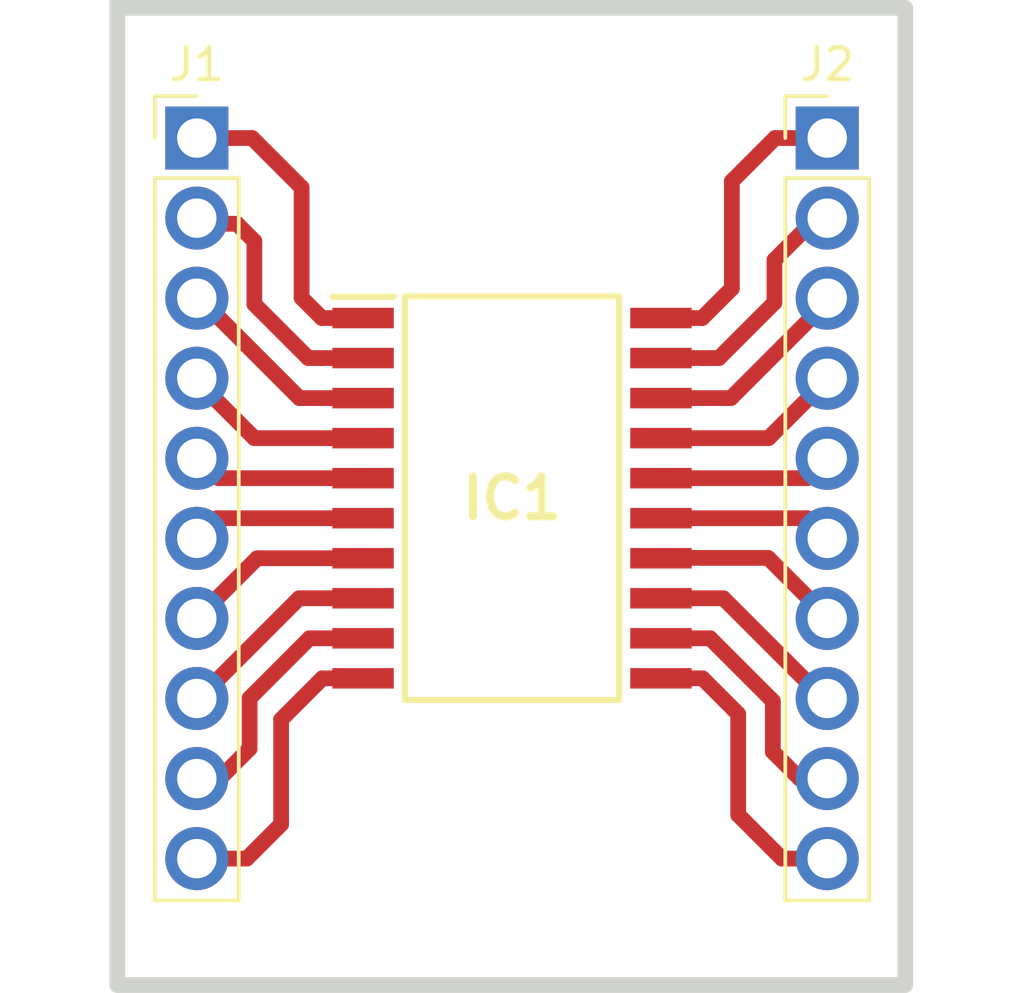
<source format=kicad_pcb>
(kicad_pcb (version 20221018) (generator pcbnew)
  (layers (0 "F.Cu" signal) (31 "B.Cu" signal) (34 "B.Paste" user) (35 "F.Paste" user) (36 "B.SilkS" user "B.Silkscreen") (37 "F.SilkS" user "F.Silkscreen") (38 "B.Mask" user) (39 "F.Mask" user) (44 "Edge.Cuts" user))
  (net 0 "")
  (net 1 "Net-(IC1-DIR)")
  (net 2 "Net-(IC1-A1)")
  (net 3 "Net-(IC1-A2)")
  (net 4 "Net-(IC1-A3)")
  (net 5 "Net-(IC1-A4)")
  (net 6 "Net-(IC1-A5)")
  (net 7 "Net-(IC1-A6)")
  (net 8 "Net-(IC1-A7)")
  (net 9 "Net-(IC1-A8)")
  (net 10 "Net-(IC1-GND)")
  (net 11 "Net-(IC1-B8)")
  (net 12 "Net-(IC1-B7)")
  (net 13 "Net-(IC1-B6)")
  (net 14 "Net-(IC1-B5)")
  (net 15 "Net-(IC1-B4)")
  (net 16 "Net-(IC1-B3)")
  (net 17 "Net-(IC1-B2)")
  (net 18 "Net-(IC1-B1)")
  (net 19 "Net-(IC1-~{OE})")
  (net 20 "Net-(IC1-VCC)")
  (footprint "Connector_PinHeader_2.54mm:PinHeader_1x10_P2.54mm_Vertical" (layer "F.Cu") (at 132.525 48.13)
    (fp_text reference "J1" (at 0 -2.33) (layer "F.SilkS"))
    (fp_text value "Conn_01x10_Pin")
    (fp_line (start -1.33 -1.33) (end 0 -1.33) (stroke (width 0.12)) (layer "F.SilkS"))
    (fp_line (start -1.33 0) (end -1.33 -1.33) (stroke (width 0.12)) (layer "F.SilkS"))
    (fp_line (start -1.33 1.27) (end -1.33 24.19) (stroke (width 0.12)) (layer "F.SilkS"))
    (fp_line (start -1.33 1.27) (end 1.33 1.27) (stroke (width 0.12)) (layer "F.SilkS"))
    (fp_line (start -1.33 24.19) (end 1.33 24.19) (stroke (width 0.12)) (layer "F.SilkS"))
    (fp_line (start 1.33 1.27) (end 1.33 24.19) (stroke (width 0.12)) (layer "F.SilkS"))
    (pad "1" thru_hole rect (at 0 0) (size 2 2) (drill 1.25) (layers "*.Cu" "*.Mask") (net 1 "Net-(IC1-DIR)"))
    (pad "2" thru_hole oval (at 0 2.54) (size 2 2) (drill 1.25) (layers "*.Cu" "*.Mask") (net 2 "Net-(IC1-A1)"))
    (pad "3" thru_hole oval (at 0 5.08) (size 2 2) (drill 1.25) (layers "*.Cu" "*.Mask") (net 3 "Net-(IC1-A2)"))
    (pad "4" thru_hole oval (at 0 7.62) (size 2 2) (drill 1.25) (layers "*.Cu" "*.Mask") (net 4 "Net-(IC1-A3)"))
    (pad "5" thru_hole oval (at 0 10.16) (size 2 2) (drill 1.25) (layers "*.Cu" "*.Mask") (net 5 "Net-(IC1-A4)"))
    (pad "6" thru_hole oval (at 0 12.7) (size 2 2) (drill 1.25) (layers "*.Cu" "*.Mask") (net 6 "Net-(IC1-A5)"))
    (pad "7" thru_hole oval (at 0 15.24) (size 2 2) (drill 1.25) (layers "*.Cu" "*.Mask") (net 7 "Net-(IC1-A6)"))
    (pad "8" thru_hole oval (at 0 17.78) (size 2 2) (drill 1.25) (layers "*.Cu" "*.Mask") (net 8 "Net-(IC1-A7)"))
    (pad "9" thru_hole oval (at 0 20.32) (size 2 2) (drill 1.25) (layers "*.Cu" "*.Mask") (net 9 "Net-(IC1-A8)"))
    (pad "10" thru_hole oval (at 0 22.86) (size 2 2) (drill 1.25) (layers "*.Cu" "*.Mask") (net 10 "Net-(IC1-GND)"))
  )
  (footprint "Connector_PinHeader_2.54mm:PinHeader_1x10_P2.54mm_Vertical" (layer "F.Cu") (at 152.525 48.13)
    (fp_text reference "J2" (at 0 -2.33) (layer "F.SilkS"))
    (fp_text value "Conn_01x10_Pin")
    (fp_line (start -1.33 -1.33) (end 0 -1.33) (stroke (width 0.12)) (layer "F.SilkS"))
    (fp_line (start -1.33 0) (end -1.33 -1.33) (stroke (width 0.12)) (layer "F.SilkS"))
    (fp_line (start -1.33 1.27) (end -1.33 24.19) (stroke (width 0.12)) (layer "F.SilkS"))
    (fp_line (start -1.33 1.27) (end 1.33 1.27) (stroke (width 0.12)) (layer "F.SilkS"))
    (fp_line (start -1.33 24.19) (end 1.33 24.19) (stroke (width 0.12)) (layer "F.SilkS"))
    (fp_line (start 1.33 1.27) (end 1.33 24.19) (stroke (width 0.12)) (layer "F.SilkS"))
    (pad "1" thru_hole rect (at 0 0) (size 2 2) (drill 1.25) (layers "*.Cu" "*.Mask") (net 20 "Net-(IC1-VCC)"))
    (pad "2" thru_hole oval (at 0 2.54) (size 2 2) (drill 1.25) (layers "*.Cu" "*.Mask") (net 19 "Net-(IC1-~{OE})"))
    (pad "3" thru_hole oval (at 0 5.08) (size 2 2) (drill 1.25) (layers "*.Cu" "*.Mask") (net 18 "Net-(IC1-B1)"))
    (pad "4" thru_hole oval (at 0 7.62) (size 2 2) (drill 1.25) (layers "*.Cu" "*.Mask") (net 17 "Net-(IC1-B2)"))
    (pad "5" thru_hole oval (at 0 10.16) (size 2 2) (drill 1.25) (layers "*.Cu" "*.Mask") (net 16 "Net-(IC1-B3)"))
    (pad "6" thru_hole oval (at 0 12.7) (size 2 2) (drill 1.25) (layers "*.Cu" "*.Mask") (net 15 "Net-(IC1-B4)"))
    (pad "7" thru_hole oval (at 0 15.24) (size 2 2) (drill 1.25) (layers "*.Cu" "*.Mask") (net 14 "Net-(IC1-B5)"))
    (pad "8" thru_hole oval (at 0 17.78) (size 2 2) (drill 1.25) (layers "*.Cu" "*.Mask") (net 13 "Net-(IC1-B6)"))
    (pad "9" thru_hole oval (at 0 20.32) (size 2 2) (drill 1.25) (layers "*.Cu" "*.Mask") (net 12 "Net-(IC1-B7)"))
    (pad "10" thru_hole oval (at 0 22.86) (size 2 2) (drill 1.25) (layers "*.Cu" "*.Mask") (net 11 "Net-(IC1-B8)"))
  )
  (footprint "SN74LVTH245A-DWR:SOIC127P1030X265-20N" (layer "F.Cu") (at 142.525 59.555)
    (fp_text reference "IC1" (at 0 0) (layer "F.SilkS") (effects (font (size 1.27 1.27) (thickness 0.254))))
    (fp_text value "SN74LVTH245ADWR" hide)
    (fp_line (start -5.7 -6.39) (end -3.75 -6.39) (stroke (width 0.2)) (layer "F.SilkS"))
    (fp_line (start -3.4 -6.4) (end 3.4 -6.4) (stroke (width 0.2)) (layer "F.SilkS"))
    (fp_line (start -3.4 6.4) (end -3.4 -6.4) (stroke (width 0.2)) (layer "F.SilkS"))
    (fp_line (start 3.4 -6.4) (end 3.4 6.4) (stroke (width 0.2)) (layer "F.SilkS"))
    (fp_line (start 3.4 6.4) (end -3.4 6.4) (stroke (width 0.2)) (layer "F.SilkS"))
    (pad "1" smd rect (at -4.725 -5.715 90) (size 0.65 1.95) (layers "F.Cu" "F.Paste" "F.Mask") (net 1 "Net-(IC1-DIR)"))
    (pad "2" smd rect (at -4.725 -4.445 90) (size 0.65 1.95) (layers "F.Cu" "F.Paste" "F.Mask") (net 2 "Net-(IC1-A1)"))
    (pad "3" smd rect (at -4.725 -3.175 90) (size 0.65 1.95) (layers "F.Cu" "F.Paste" "F.Mask") (net 3 "Net-(IC1-A2)"))
    (pad "4" smd rect (at -4.725 -1.905 90) (size 0.65 1.95) (layers "F.Cu" "F.Paste" "F.Mask") (net 4 "Net-(IC1-A3)"))
    (pad "5" smd rect (at -4.725 -0.635 90) (size 0.65 1.95) (layers "F.Cu" "F.Paste" "F.Mask") (net 5 "Net-(IC1-A4)"))
    (pad "6" smd rect (at -4.725 0.635 90) (size 0.65 1.95) (layers "F.Cu" "F.Paste" "F.Mask") (net 6 "Net-(IC1-A5)"))
    (pad "7" smd rect (at -4.725 1.905 90) (size 0.65 1.95) (layers "F.Cu" "F.Paste" "F.Mask") (net 7 "Net-(IC1-A6)"))
    (pad "8" smd rect (at -4.725 3.175 90) (size 0.65 1.95) (layers "F.Cu" "F.Paste" "F.Mask") (net 8 "Net-(IC1-A7)"))
    (pad "9" smd rect (at -4.725 4.445 90) (size 0.65 1.95) (layers "F.Cu" "F.Paste" "F.Mask") (net 9 "Net-(IC1-A8)"))
    (pad "10" smd rect (at -4.725 5.715 90) (size 0.65 1.95) (layers "F.Cu" "F.Paste" "F.Mask") (net 10 "Net-(IC1-GND)"))
    (pad "11" smd rect (at 4.725 5.715 90) (size 0.65 1.95) (layers "F.Cu" "F.Paste" "F.Mask") (net 11 "Net-(IC1-B8)"))
    (pad "12" smd rect (at 4.725 4.445 90) (size 0.65 1.95) (layers "F.Cu" "F.Paste" "F.Mask") (net 12 "Net-(IC1-B7)"))
    (pad "13" smd rect (at 4.725 3.175 90) (size 0.65 1.95) (layers "F.Cu" "F.Paste" "F.Mask") (net 13 "Net-(IC1-B6)"))
    (pad "14" smd rect (at 4.725 1.905 90) (size 0.65 1.95) (layers "F.Cu" "F.Paste" "F.Mask") (net 14 "Net-(IC1-B5)"))
    (pad "15" smd rect (at 4.725 0.635 90) (size 0.65 1.95) (layers "F.Cu" "F.Paste" "F.Mask") (net 15 "Net-(IC1-B4)"))
    (pad "16" smd rect (at 4.725 -0.635 90) (size 0.65 1.95) (layers "F.Cu" "F.Paste" "F.Mask") (net 16 "Net-(IC1-B3)"))
    (pad "17" smd rect (at 4.725 -1.905 90) (size 0.65 1.95) (layers "F.Cu" "F.Paste" "F.Mask") (net 17 "Net-(IC1-B2)"))
    (pad "18" smd rect (at 4.725 -3.175 90) (size 0.65 1.95) (layers "F.Cu" "F.Paste" "F.Mask") (net 18 "Net-(IC1-B1)"))
    (pad "19" smd rect (at 4.725 -4.445 90) (size 0.65 1.95) (layers "F.Cu" "F.Paste" "F.Mask") (net 19 "Net-(IC1-~{OE})"))
    (pad "20" smd rect (at 4.725 -5.715 90) (size 0.65 1.95) (layers "F.Cu" "F.Paste" "F.Mask") (net 20 "Net-(IC1-VCC)"))
  )
  (gr_rect (start 130 44) (end 155 75) (stroke (width 0.5)) (fill none) (layer "Edge.Cuts"))
  (segment (start 135.85 53.2) (end 135.85 49.7) (width 0.5) (layer "F.Cu") (net 1))
  (segment (start 137.8 53.84) (end 136.49 53.84) (width 0.5) (layer "F.Cu") (net 1))
  (segment (start 134.28 48.13) (end 132.525 48.13) (width 0.5) (layer "F.Cu") (net 1))
  (segment (start 136.49 53.84) (end 135.85 53.2) (width 0.5) (layer "F.Cu") (net 1))
  (segment (start 135.85 49.7) (end 134.28 48.13) (width 0.5) (layer "F.Cu") (net 1))
  (segment (start 133.8 50.85) (end 132.705 50.85) (width 0.5) (layer "F.Cu") (net 2))
  (segment (start 132.705 50.85) (end 132.525 50.67) (width 0.5) (layer "F.Cu") (net 2))
  (segment (start 134.35 51.4) (end 133.8 50.85) (width 0.5) (layer "F.Cu") (net 2))
  (segment (start 136.06 55.11) (end 134.35 53.4) (width 0.5) (layer "F.Cu") (net 2))
  (segment (start 134.35 53.4) (end 134.35 51.4) (width 0.5) (layer "F.Cu") (net 2))
  (segment (start 137.8 55.11) (end 136.06 55.11) (width 0.5) (layer "F.Cu") (net 2))
  (segment (start 135.78 56.38) (end 132.61 53.21) (width 0.5) (layer "F.Cu") (net 3))
  (segment (start 132.61 53.21) (end 132.525 53.21) (width 0.5) (layer "F.Cu") (net 3))
  (segment (start 137.8 56.38) (end 135.78 56.38) (width 0.5) (layer "F.Cu") (net 3))
  (segment (start 137.8 57.65) (end 134.35 57.65) (width 0.5) (layer "F.Cu") (net 4))
  (segment (start 132.525 55.825) (end 132.525 55.75) (width 0.5) (layer "F.Cu") (net 4))
  (segment (start 134.35 57.65) (end 132.525 55.825) (width 0.5) (layer "F.Cu") (net 4))
  (segment (start 133.22 58.92) (end 132.59 58.29) (width 0.5) (layer "F.Cu") (net 5))
  (segment (start 132.59 58.29) (end 132.525 58.29) (width 0.5) (layer "F.Cu") (net 5))
  (segment (start 137.8 58.92) (end 133.22 58.92) (width 0.5) (layer "F.Cu") (net 5))
  (segment (start 137.8 60.19) (end 133.165 60.19) (width 0.5) (layer "F.Cu") (net 6))
  (segment (start 133.165 60.19) (end 132.525 60.83) (width 0.5) (layer "F.Cu") (net 6))
  (segment (start 132.53 63.37) (end 132.525 63.37) (width 0.5) (layer "F.Cu") (net 7))
  (segment (start 137.8 61.46) (end 134.44 61.46) (width 0.5) (layer "F.Cu") (net 7))
  (segment (start 134.44 61.46) (end 132.53 63.37) (width 0.5) (layer "F.Cu") (net 7))
  (segment (start 132.59 65.91) (end 132.525 65.91) (width 0.5) (layer "F.Cu") (net 8))
  (segment (start 137.8 62.73) (end 135.77 62.73) (width 0.5) (layer "F.Cu") (net 8))
  (segment (start 135.77 62.73) (end 132.59 65.91) (width 0.5) (layer "F.Cu") (net 8))
  (segment (start 133.25 68.45) (end 132.525 68.45) (width 0.5) (layer "F.Cu") (net 9))
  (segment (start 134.2 67.5) (end 133.25 68.45) (width 0.5) (layer "F.Cu") (net 9))
  (segment (start 137.8 64) (end 136.1 64) (width 0.5) (layer "F.Cu") (net 9))
  (segment (start 136.1 64) (end 134.2 65.9) (width 0.5) (layer "F.Cu") (net 9))
  (segment (start 134.2 65.9) (end 134.2 67.5) (width 0.5) (layer "F.Cu") (net 9))
  (segment (start 134.11 70.99) (end 132.525 70.99) (width 0.5) (layer "F.Cu") (net 10))
  (segment (start 136.50745 65.27) (end 135.2 66.57745) (width 0.5) (layer "F.Cu") (net 10))
  (segment (start 135.2 66.57745) (end 135.2 69.9) (width 0.5) (layer "F.Cu") (net 10))
  (segment (start 137.8 65.27) (end 136.50745 65.27) (width 0.5) (layer "F.Cu") (net 10))
  (segment (start 135.2 69.9) (end 134.11 70.99) (width 0.5) (layer "F.Cu") (net 10))
  (segment (start 151.09 70.99) (end 152.525 70.99) (width 0.5) (layer "F.Cu") (net 11))
  (segment (start 148.57 65.27) (end 149.7 66.4) (width 0.5) (layer "F.Cu") (net 11))
  (segment (start 149.7 66.4) (end 149.7 69.6) (width 0.5) (layer "F.Cu") (net 11))
  (segment (start 147.25 65.27) (end 148.57 65.27) (width 0.5) (layer "F.Cu") (net 11))
  (segment (start 149.7 69.6) (end 151.09 70.99) (width 0.5) (layer "F.Cu") (net 11))
  (segment (start 151.65 68.45) (end 152.525 68.45) (width 0.5) (layer "F.Cu") (net 12))
  (segment (start 148.81005 64) (end 150.8 65.98995) (width 0.5) (layer "F.Cu") (net 12))
  (segment (start 150.8 65.98995) (end 150.8 67.6) (width 0.5) (layer "F.Cu") (net 12))
  (segment (start 150.8 67.6) (end 151.65 68.45) (width 0.5) (layer "F.Cu") (net 12))
  (segment (start 147.25 64) (end 148.81005 64) (width 0.5) (layer "F.Cu") (net 12))
  (segment (start 147.25 62.73) (end 149.23 62.73) (width 0.5) (layer "F.Cu") (net 13))
  (segment (start 149.23 62.73) (end 152.41 65.91) (width 0.5) (layer "F.Cu") (net 13))
  (segment (start 152.41 65.91) (end 152.525 65.91) (width 0.5) (layer "F.Cu") (net 13))
  (segment (start 150.65 61.45) (end 147.26 61.45) (width 0.5) (layer "F.Cu") (net 14))
  (segment (start 152.525 63.37) (end 152.525 63.325) (width 0.5) (layer "F.Cu") (net 14))
  (segment (start 152.525 63.325) (end 150.65 61.45) (width 0.5) (layer "F.Cu") (net 14))
  (segment (start 147.26 61.45) (end 147.25 61.46) (width 0.5) (layer "F.Cu") (net 14))
  (segment (start 147.25 60.19) (end 151.885 60.19) (width 0.5) (layer "F.Cu") (net 15))
  (segment (start 151.885 60.19) (end 152.525 60.83) (width 0.5) (layer "F.Cu") (net 15))
  (segment (start 147.25 58.92) (end 151.895 58.92) (width 0.5) (layer "F.Cu") (net 16))
  (segment (start 151.895 58.92) (end 152.525 58.29) (width 0.5) (layer "F.Cu") (net 16))
  (segment (start 150.6625 57.65) (end 152.525 55.7875) (width 0.5) (layer "F.Cu") (net 17))
  (segment (start 147.25 57.65) (end 150.6625 57.65) (width 0.5) (layer "F.Cu") (net 17))
  (segment (start 152.525 55.7875) (end 152.525 55.75) (width 0.5) (layer "F.Cu") (net 17))
  (segment (start 147.25 56.38) (end 149.47 56.38) (width 0.5) (layer "F.Cu") (net 18))
  (segment (start 152.525 53.325) (end 152.525 53.21) (width 0.5) (layer "F.Cu") (net 18))
  (segment (start 149.47 56.38) (end 152.525 53.325) (width 0.5) (layer "F.Cu") (net 18))
  (segment (start 147.25 55.11) (end 149.09 55.11) (width 0.5) (layer "F.Cu") (net 19))
  (segment (start 149.09 55.11) (end 150.85 53.35) (width 0.5) (layer "F.Cu") (net 19))
  (segment (start 152.18 50.67) (end 152.525 50.67) (width 0.5) (layer "F.Cu") (net 19))
  (segment (start 150.85 52) (end 152.18 50.67) (width 0.5) (layer "F.Cu") (net 19))
  (segment (start 150.85 53.35) (end 150.85 52) (width 0.5) (layer "F.Cu") (net 19))
  (segment (start 147.25 53.84) (end 148.56 53.84) (width 0.5) (layer "F.Cu") (net 20))
  (segment (start 150.87 48.13) (end 152.525 48.13) (width 0.5) (layer "F.Cu") (net 20))
  (segment (start 148.56 53.84) (end 149.5 52.9) (width 0.5) (layer "F.Cu") (net 20))
  (segment (start 149.5 52.9) (end 149.5 49.5) (width 0.5) (layer "F.Cu") (net 20))
  (segment (start 149.5 49.5) (end 150.87 48.13) (width 0.5) (layer "F.Cu") (net 20))
)
</source>
